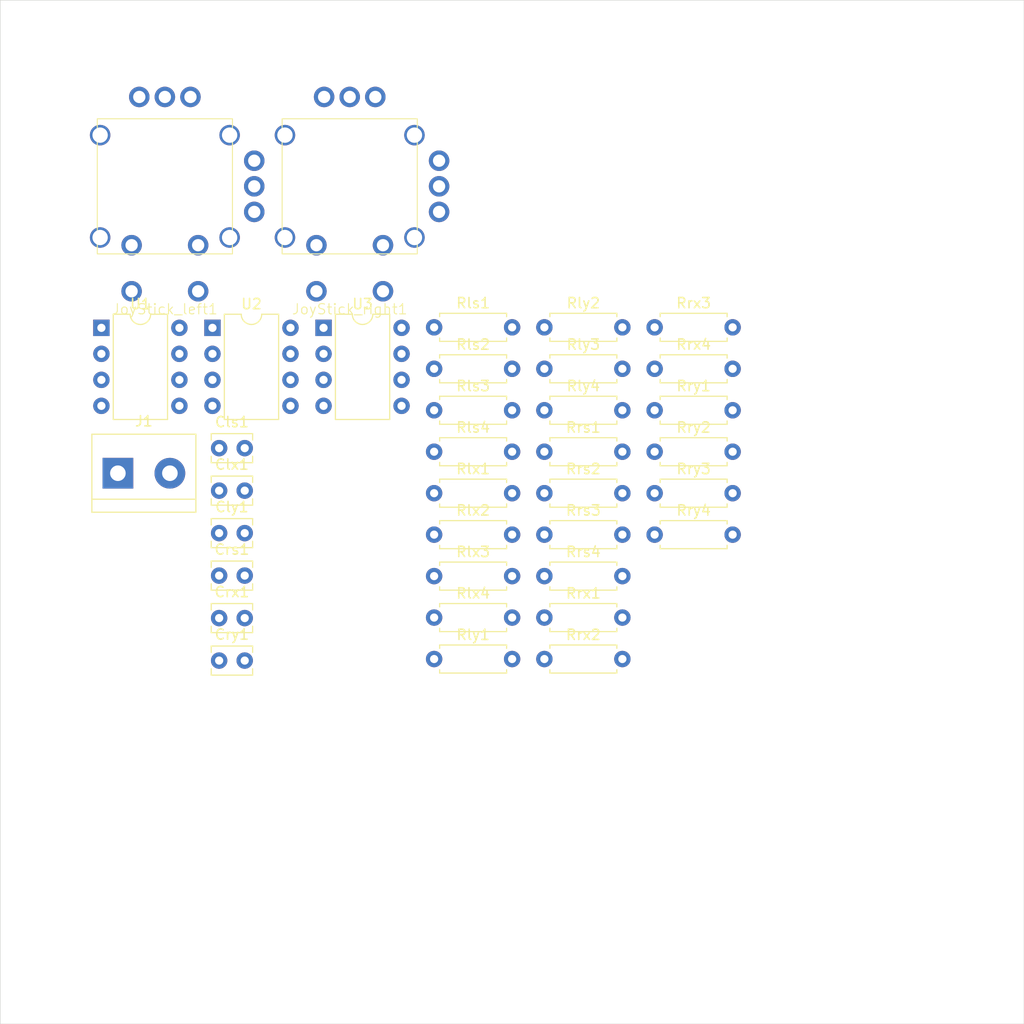
<source format=kicad_pcb>
(kicad_pcb (version 20240108) (generator "pcbnew") (generator_version "8.0")
  (layers (0 "F.Cu" signal) (31 "B.Cu" signal) (34 "B.Paste" user) (35 "F.Paste" user) (36 "B.SilkS" user "B.Silkscreen") (37 "F.SilkS" user "F.Silkscreen") (38 "B.Mask" user) (39 "F.Mask" user) (44 "Edge.Cuts" user))
  (net 0 "")
  (net 1 "GND")
  (net 2 "Net-(U3A--)")
  (net 3 "Net-(U2A--)")
  (net 4 "Net-(U2B--)")
  (net 5 "Net-(U3B--)")
  (net 6 "Net-(U1A--)")
  (net 7 "Net-(U1B--)")
  (net 8 "+5V")
  (net 10 "Net-(JoyStick_left1-Rx2)")
  (net 13 "Output_lx")
  (net 16 "Net-(JoyStick_left1-Ry3)")
  (net 17 "Output_ly")
  (net 19 "Output_rx")
  (net 20 "Net-(JoyStick_right1-Rx2)")
  (net 22 "Net-(JoyStick_right1-Ry3)")
  (net 24 "Output_ry")
  (net 29 "Net-(U3A-+)")
  (net 30 "Output_ls")
  (net 31 "Net-(U2A-+)")
  (net 32 "Net-(U2B-+)")
  (net 33 "Net-(U3B-+)")
  (net 34 "Output_rs")
  (net 35 "Net-(U1A-+)")
  (net 36 "Net-(U1B-+)")
  (footprint "Resistor_THT:R_Axial_DIN0207_L6.3mm_D2.5mm_P7.62mm_Horizontal" (layer "F.Cu") (at 83.92 56)
    (property "Reference" "Rrx4" (at 3.81 -2.37 0) (layer "F.SilkS"))
    (property "Value" "~")
    (fp_line (start 0.54 -1.37) (end 7.08 -1.37) (stroke (width 0.12)) (layer "F.SilkS"))
    (fp_line (start 0.54 -1.04) (end 0.54 -1.37) (stroke (width 0.12)) (layer "F.SilkS"))
    (fp_line (start 0.54 1.04) (end 0.54 1.37) (stroke (width 0.12)) (layer "F.SilkS"))
    (fp_line (start 0.54 1.37) (end 7.08 1.37) (stroke (width 0.12)) (layer "F.SilkS"))
    (fp_line (start 7.08 -1.37) (end 7.08 -1.04) (stroke (width 0.12)) (layer "F.SilkS"))
    (fp_line (start 7.08 1.37) (end 7.08 1.04) (stroke (width 0.12)) (layer "F.SilkS"))
    (pad "1" thru_hole circle (at 0 0) (size 1.6 1.6) (drill 0.8) (layers "*.Cu" "*.Mask") (net 6 "Net-(U1A--)"))
    (pad "2" thru_hole oval (at 7.62 0) (size 1.6 1.6) (drill 0.8) (layers "*.Cu" "*.Mask") (net 20 "Net-(JoyStick_right1-Rx2)"))
  )
  (footprint "TerminalBlock:TerminalBlock_bornier-2_P5.08mm" (layer "F.Cu") (at 31.49 66.2)
    (property "Reference" "J1" (at 2.54 -5.08 0) (layer "F.SilkS"))
    (property "Value" "Conn_01x02_Pin")
    (fp_line (start -2.54 -3.81) (end -2.54 3.81) (stroke (width 0.12)) (layer "F.SilkS"))
    (fp_line (start -2.54 3.81) (end 7.62 3.81) (stroke (width 0.12)) (layer "F.SilkS"))
    (fp_line (start 7.62 -3.81) (end -2.54 -3.81) (stroke (width 0.12)) (layer "F.SilkS"))
    (fp_line (start 7.62 2.54) (end -2.54 2.54) (stroke (width 0.12)) (layer "F.SilkS"))
    (fp_line (start 7.62 3.81) (end 7.62 -3.81) (stroke (width 0.12)) (layer "F.SilkS"))
    (pad "1" thru_hole rect (at 0 0) (size 3 3) (drill 1.52) (layers "*.Cu" "*.Mask") (net 8 "+5V"))
    (pad "2" thru_hole circle (at 5.08 0) (size 3 3) (drill 1.52) (layers "*.Cu" "*.Mask") (net 1 "GND"))
  )
  (footprint "Package_DIP:DIP-8_W7.62mm" (layer "F.Cu") (at 29.88 52)
    (property "Reference" "U1" (at 3.81 -2.33 0) (layer "F.SilkS"))
    (property "Value" "NJM4580")
    (fp_line (start 1.16 -1.33) (end 1.16 8.95) (stroke (width 0.12)) (layer "F.SilkS"))
    (fp_line (start 1.16 8.95) (end 6.46 8.95) (stroke (width 0.12)) (layer "F.SilkS"))
    (fp_line (start 2.81 -1.33) (end 1.16 -1.33) (stroke (width 0.12)) (layer "F.SilkS"))
    (fp_line (start 6.46 -1.33) (end 4.81 -1.33) (stroke (width 0.12)) (layer "F.SilkS"))
    (fp_line (start 6.46 8.95) (end 6.46 -1.33) (stroke (width 0.12)) (layer "F.SilkS"))
    (fp_arc (start 4.81 -1.33) (mid 3.81 -0.33) (end 2.81 -1.33) (stroke (width 0.12)) (layer "F.SilkS"))
    (pad "1" thru_hole rect (at 0 0) (size 1.6 1.6) (drill 0.8) (layers "*.Cu" "*.Mask") (net 19 "Output_rx"))
    (pad "2" thru_hole oval (at 0 2.54) (size 1.6 1.6) (drill 0.8) (layers "*.Cu" "*.Mask") (net 6 "Net-(U1A--)"))
    (pad "3" thru_hole oval (at 0 5.08) (size 1.6 1.6) (drill 0.8) (layers "*.Cu" "*.Mask") (net 35 "Net-(U1A-+)"))
    (pad "4" thru_hole oval (at 0 7.62) (size 1.6 1.6) (drill 0.8) (layers "*.Cu" "*.Mask") (net 1 "GND"))
    (pad "5" thru_hole oval (at 7.62 7.62) (size 1.6 1.6) (drill 0.8) (layers "*.Cu" "*.Mask") (net 36 "Net-(U1B-+)"))
    (pad "6" thru_hole oval (at 7.62 5.08) (size 1.6 1.6) (drill 0.8) (layers "*.Cu" "*.Mask") (net 7 "Net-(U1B--)"))
    (pad "7" thru_hole oval (at 7.62 2.54) (size 1.6 1.6) (drill 0.8) (layers "*.Cu" "*.Mask") (net 24 "Output_ry"))
    (pad "8" thru_hole oval (at 7.62 0) (size 1.6 1.6) (drill 0.8) (layers "*.Cu" "*.Mask") (net 8 "+5V"))
  )
  (footprint "Resistor_THT:R_Axial_DIN0207_L6.3mm_D2.5mm_P7.62mm_Horizontal" (layer "F.Cu") (at 62.38 72.2)
    (property "Reference" "Rlx2" (at 3.81 -2.37 0) (layer "F.SilkS"))
    (property "Value" "10k")
    (fp_line (start 0.54 -1.37) (end 7.08 -1.37) (stroke (width 0.12)) (layer "F.SilkS"))
    (fp_line (start 0.54 -1.04) (end 0.54 -1.37) (stroke (width 0.12)) (layer "F.SilkS"))
    (fp_line (start 0.54 1.04) (end 0.54 1.37) (stroke (width 0.12)) (layer "F.SilkS"))
    (fp_line (start 0.54 1.37) (end 7.08 1.37) (stroke (width 0.12)) (layer "F.SilkS"))
    (fp_line (start 7.08 -1.37) (end 7.08 -1.04) (stroke (width 0.12)) (layer "F.SilkS"))
    (fp_line (start 7.08 1.37) (end 7.08 1.04) (stroke (width 0.12)) (layer "F.SilkS"))
    (pad "1" thru_hole circle (at 0 0) (size 1.6 1.6) (drill 0.8) (layers "*.Cu" "*.Mask") (net 31 "Net-(U2A-+)"))
    (pad "2" thru_hole oval (at 7.62 0) (size 1.6 1.6) (drill 0.8) (layers "*.Cu" "*.Mask") (net 1 "GND"))
  )
  (footprint "Capacitor_THT:C_Disc_D3.8mm_W2.6mm_P2.50mm" (layer "F.Cu") (at 41.38 84.5)
    (property "Reference" "Cry1" (at 1.25 -2.55 0) (layer "F.SilkS"))
    (property "Value" "C")
    (fp_line (start -0.77 -1.42) (end -0.77 -0.795) (stroke (width 0.12)) (layer "F.SilkS"))
    (fp_line (start -0.77 -1.42) (end 3.27 -1.42) (stroke (width 0.12)) (layer "F.SilkS"))
    (fp_line (start -0.77 0.795) (end -0.77 1.42) (stroke (width 0.12)) (layer "F.SilkS"))
    (fp_line (start -0.77 1.42) (end 3.27 1.42) (stroke (width 0.12)) (layer "F.SilkS"))
    (fp_line (start 3.27 -1.42) (end 3.27 -0.795) (stroke (width 0.12)) (layer "F.SilkS"))
    (fp_line (start 3.27 0.795) (end 3.27 1.42) (stroke (width 0.12)) (layer "F.SilkS"))
    (pad "1" thru_hole circle (at 0 0) (size 1.6 1.6) (drill 0.8) (layers "*.Cu" "*.Mask") (net 7 "Net-(U1B--)"))
    (pad "2" thru_hole circle (at 2.5 0) (size 1.6 1.6) (drill 0.8) (layers "*.Cu" "*.Mask") (net 1 "GND"))
  )
  (footprint "Resistor_THT:R_Axial_DIN0207_L6.3mm_D2.5mm_P7.62mm_Horizontal" (layer "F.Cu") (at 62.38 76.25)
    (property "Reference" "Rlx3" (at 3.81 -2.37 0) (layer "F.SilkS"))
    (property "Value" "10k")
    (fp_line (start 0.54 -1.37) (end 7.08 -1.37) (stroke (width 0.12)) (layer "F.SilkS"))
    (fp_line (start 0.54 -1.04) (end 0.54 -1.37) (stroke (width 0.12)) (layer "F.SilkS"))
    (fp_line (start 0.54 1.04) (end 0.54 1.37) (stroke (width 0.12)) (layer "F.SilkS"))
    (fp_line (start 0.54 1.37) (end 7.08 1.37) (stroke (width 0.12)) (layer "F.SilkS"))
    (fp_line (start 7.08 -1.37) (end 7.08 -1.04) (stroke (width 0.12)) (layer "F.SilkS"))
    (fp_line (start 7.08 1.37) (end 7.08 1.04) (stroke (width 0.12)) (layer "F.SilkS"))
    (pad "1" thru_hole circle (at 0 0) (size 1.6 1.6) (drill 0.8) (layers "*.Cu" "*.Mask") (net 31 "Net-(U2A-+)"))
    (pad "2" thru_hole oval (at 7.62 0) (size 1.6 1.6) (drill 0.8) (layers "*.Cu" "*.Mask") (net 13 "Output_lx"))
  )
  (footprint "Resistor_THT:R_Axial_DIN0207_L6.3mm_D2.5mm_P7.62mm_Horizontal" (layer "F.Cu") (at 62.38 64.1)
    (property "Reference" "Rls4" (at 3.81 -2.37 0) (layer "F.SilkS"))
    (property "Value" "~")
    (fp_line (start 0.54 -1.37) (end 7.08 -1.37) (stroke (width 0.12)) (layer "F.SilkS"))
    (fp_line (start 0.54 -1.04) (end 0.54 -1.37) (stroke (width 0.12)) (layer "F.SilkS"))
    (fp_line (start 0.54 1.04) (end 0.54 1.37) (stroke (width 0.12)) (layer "F.SilkS"))
    (fp_line (start 0.54 1.37) (end 7.08 1.37) (stroke (width 0.12)) (layer "F.SilkS"))
    (fp_line (start 7.08 -1.37) (end 7.08 -1.04) (stroke (width 0.12)) (layer "F.SilkS"))
    (fp_line (start 7.08 1.37) (end 7.08 1.04) (stroke (width 0.12)) (layer "F.SilkS"))
    (pad "1" thru_hole circle (at 0 0) (size 1.6 1.6) (drill 0.8) (layers "*.Cu" "*.Mask") (net 2 "Net-(U3A--)"))
    (pad "2" thru_hole oval (at 7.62 0) (size 1.6 1.6) (drill 0.8) (layers "*.Cu" "*.Mask") (net 30 "Output_ls"))
  )
  (footprint "Resistor_THT:R_Axial_DIN0207_L6.3mm_D2.5mm_P7.62mm_Horizontal" (layer "F.Cu") (at 62.38 60.05)
    (property "Reference" "Rls3" (at 3.81 -2.37 0) (layer "F.SilkS"))
    (property "Value" "10k")
    (fp_line (start 0.54 -1.37) (end 7.08 -1.37) (stroke (width 0.12)) (layer "F.SilkS"))
    (fp_line (start 0.54 -1.04) (end 0.54 -1.37) (stroke (width 0.12)) (layer "F.SilkS"))
    (fp_line (start 0.54 1.04) (end 0.54 1.37) (stroke (width 0.12)) (layer "F.SilkS"))
    (fp_line (start 0.54 1.37) (end 7.08 1.37) (stroke (width 0.12)) (layer "F.SilkS"))
    (fp_line (start 7.08 -1.37) (end 7.08 -1.04) (stroke (width 0.12)) (layer "F.SilkS"))
    (fp_line (start 7.08 1.37) (end 7.08 1.04) (stroke (width 0.12)) (layer "F.SilkS"))
    (pad "1" thru_hole circle (at 0 0) (size 1.6 1.6) (drill 0.8) (layers "*.Cu" "*.Mask") (net 29 "Net-(U3A-+)"))
    (pad "2" thru_hole oval (at 7.62 0) (size 1.6 1.6) (drill 0.8) (layers "*.Cu" "*.Mask") (net 30 "Output_ls"))
  )
  (footprint "Resistor_THT:R_Axial_DIN0207_L6.3mm_D2.5mm_P7.62mm_Horizontal" (layer "F.Cu") (at 62.38 68.15)
    (property "Reference" "Rlx1" (at 3.81 -2.37 0) (layer "F.SilkS"))
    (property "Value" "10k")
    (fp_line (start 0.54 -1.37) (end 7.08 -1.37) (stroke (width 0.12)) (layer "F.SilkS"))
    (fp_line (start 0.54 -1.04) (end 0.54 -1.37) (stroke (width 0.12)) (layer "F.SilkS"))
    (fp_line (start 0.54 1.04) (end 0.54 1.37) (stroke (width 0.12)) (layer "F.SilkS"))
    (fp_line (start 0.54 1.37) (end 7.08 1.37) (stroke (width 0.12)) (layer "F.SilkS"))
    (fp_line (start 7.08 -1.37) (end 7.08 -1.04) (stroke (width 0.12)) (layer "F.SilkS"))
    (fp_line (start 7.08 1.37) (end 7.08 1.04) (stroke (width 0.12)) (layer "F.SilkS"))
    (pad "1" thru_hole circle (at 0 0) (size 1.6 1.6) (drill 0.8) (layers "*.Cu" "*.Mask") (net 8 "+5V"))
    (pad "2" thru_hole oval (at 7.62 0) (size 1.6 1.6) (drill 0.8) (layers "*.Cu" "*.Mask") (net 31 "Net-(U2A-+)"))
  )
  (footprint "Resistor_THT:R_Axial_DIN0207_L6.3mm_D2.5mm_P7.62mm_Horizontal" (layer "F.Cu") (at 73.15 64.1)
    (property "Reference" "Rrs1" (at 3.81 -2.37 0) (layer "F.SilkS"))
    (property "Value" "10k")
    (fp_line (start 0.54 -1.37) (end 7.08 -1.37) (stroke (width 0.12)) (layer "F.SilkS"))
    (fp_line (start 0.54 -1.04) (end 0.54 -1.37) (stroke (width 0.12)) (layer "F.SilkS"))
    (fp_line (start 0.54 1.04) (end 0.54 1.37) (stroke (width 0.12)) (layer "F.SilkS"))
    (fp_line (start 0.54 1.37) (end 7.08 1.37) (stroke (width 0.12)) (layer "F.SilkS"))
    (fp_line (start 7.08 -1.37) (end 7.08 -1.04) (stroke (width 0.12)) (layer "F.SilkS"))
    (fp_line (start 7.08 1.37) (end 7.08 1.04) (stroke (width 0.12)) (layer "F.SilkS"))
    (pad "1" thru_hole circle (at 0 0) (size 1.6 1.6) (drill 0.8) (layers "*.Cu" "*.Mask") (net 8 "+5V"))
    (pad "2" thru_hole oval (at 7.62 0) (size 1.6 1.6) (drill 0.8) (layers "*.Cu" "*.Mask") (net 33 "Net-(U3B-+)"))
  )
  (footprint "Resistor_THT:R_Axial_DIN0207_L6.3mm_D2.5mm_P7.62mm_Horizontal" (layer "F.Cu") (at 83.92 60.05)
    (property "Reference" "Rry1" (at 3.81 -2.37 0) (layer "F.SilkS"))
    (property "Value" "10k")
    (fp_line (start 0.54 -1.37) (end 7.08 -1.37) (stroke (width 0.12)) (layer "F.SilkS"))
    (fp_line (start 0.54 -1.04) (end 0.54 -1.37) (stroke (width 0.12)) (layer "F.SilkS"))
    (fp_line (start 0.54 1.04) (end 0.54 1.37) (stroke (width 0.12)) (layer "F.SilkS"))
    (fp_line (start 0.54 1.37) (end 7.08 1.37) (stroke (width 0.12)) (layer "F.SilkS"))
    (fp_line (start 7.08 -1.37) (end 7.08 -1.04) (stroke (width 0.12)) (layer "F.SilkS"))
    (fp_line (start 7.08 1.37) (end 7.08 1.04) (stroke (width 0.12)) (layer "F.SilkS"))
    (pad "1" thru_hole circle (at 0 0) (size 1.6 1.6) (drill 0.8) (layers "*.Cu" "*.Mask") (net 8 "+5V"))
    (pad "2" thru_hole oval (at 7.62 0) (size 1.6 1.6) (drill 0.8) (layers "*.Cu" "*.Mask") (net 36 "Net-(U1B-+)"))
  )
  (footprint "Resistor_THT:R_Axial_DIN0207_L6.3mm_D2.5mm_P7.62mm_Horizontal" (layer "F.Cu") (at 83.92 64.1)
    (property "Reference" "Rry2" (at 3.81 -2.37 0) (layer "F.SilkS"))
    (property "Value" "10k")
    (fp_line (start 0.54 -1.37) (end 7.08 -1.37) (stroke (width 0.12)) (layer "F.SilkS"))
    (fp_line (start 0.54 -1.04) (end 0.54 -1.37) (stroke (width 0.12)) (layer "F.SilkS"))
    (fp_line (start 0.54 1.04) (end 0.54 1.37) (stroke (width 0.12)) (layer "F.SilkS"))
    (fp_line (start 0.54 1.37) (end 7.08 1.37) (stroke (width 0.12)) (layer "F.SilkS"))
    (fp_line (start 7.08 -1.37) (end 7.08 -1.04) (stroke (width 0.12)) (layer "F.SilkS"))
    (fp_line (start 7.08 1.37) (end 7.08 1.04) (stroke (width 0.12)) (layer "F.SilkS"))
    (pad "1" thru_hole circle (at 0 0) (size 1.6 1.6) (drill 0.8) (layers "*.Cu" "*.Mask") (net 36 "Net-(U1B-+)"))
    (pad "2" thru_hole oval (at 7.62 0) (size 1.6 1.6) (drill 0.8) (layers "*.Cu" "*.Mask") (net 1 "GND"))
  )
  (footprint "myjoystick:RKJXV122400R" (layer "F.Cu") (at 36.08 38.175)
    (property "Reference" "JoyStick_left1" (at 0 12 0) (layer "F.SilkS") (effects (font (thickness 0.1))))
    (property "Value" "RKJXV122400R")
    (fp_rect (start -6.6 -6.6) (end 6.6 6.6) (stroke (width 0.1)) (fill none) (layer "F.SilkS"))
    (pad "" np_thru_hole circle (at -4.3 0) (size 2 2) (drill 2) (layers "F&B.Cu" "*.Mask"))
    (pad "" np_thru_hole circle (at 4.3 0) (size 2 2) (drill 2) (layers "F&B.Cu" "*.Mask"))
    (pad "1" thru_hole circle (at 2.5 -8.73) (size 2 2) (drill 1.2) (layers "*.Cu" "*.Mask") (net 13 "Output_lx"))
    (pad "2" thru_hole circle (at 0 -8.73) (size 2 2) (drill 1.2) (layers "*.Cu" "*.Mask") (net 10 "Net-(JoyStick_left1-Rx2)"))
    (pad "3" thru_hole circle (at -2.5 -8.73) (size 2 2) (drill 1.2) (layers "*.Cu" "*.Mask"))
    (pad "4" thru_hole circle (at 8.73 2.5) (size 2 2) (drill 1.2) (layers "*.Cu" "*.Mask"))
    (pad "5" thru_hole circle (at 8.73 0) (size 2 2) (drill 1.2) (layers "*.Cu" "*.Mask") (net 17 "Output_ly"))
    (pad "6" thru_hole circle (at 8.73 -2.5) (size 2 2) (drill 1.2) (layers "*.Cu" "*.Mask") (net 16 "Net-(JoyStick_left1-Ry3)"))
    (pad "a" thru_hole circle (at -3.25 5.75) (size 2 2) (drill 1.2) (layers "*.Cu" "*.Mask"))
    (pad "b" thru_hole circle (at -3.25 10.25) (size 2 2) (drill 1.2) (layers "*.Cu" "*.Mask"))
    (pad "c" thru_hole circle (at 3.25 5.75) (size 2 2) (drill 1.2) (layers "*.Cu" "*.Mask"))
    (pad "d" thru_hole circle (at 3.25 10.25) (size 2 2) (drill 1.2) (layers "*.Cu" "*.Mask"))
    (pad "x" thru_hole circle (at -6.325 -5) (size 2 2) (drill 1.5) (layers "*.Cu" "*.Mask"))
    (pad "x" thru_hole circle (at -6.325 5) (size 2 2) (drill 1.5) (layers "*.Cu" "*.Mask"))
    (pad "x" thru_hole circle (at 6.325 -5) (size 2 2) (drill 1.5) (layers "*.Cu" "*.Mask"))
    (pad "x" thru_hole circle (at 6.325 5) (size 2 2) (drill 1.5) (layers "*.Cu" "*.Mask"))
  )
  (footprint "Resistor_THT:R_Axial_DIN0207_L6.3mm_D2.5mm_P7.62mm_Horizontal" (layer "F.Cu") (at 73.15 60.05)
    (property "Reference" "Rly4" (at 3.81 -2.37 0) (layer "F.SilkS"))
    (property "Value" "~")
    (fp_line (start 0.54 -1.37) (end 7.08 -1.37) (stroke (width 0.12)) (layer "F.SilkS"))
    (fp_line (start 0.54 -1.04) (end 0.54 -1.37) (stroke (width 0.12)) (layer "F.SilkS"))
    (fp_line (start 0.54 1.04) (end 0.54 1.37) (stroke (width 0.12)) (layer "F.SilkS"))
    (fp_line (start 0.54 1.37) (end 7.08 1.37) (stroke (width 0.12)) (layer "F.SilkS"))
    (fp_line (start 7.08 -1.37) (end 7.08 -1.04) (stroke (width 0.12)) (layer "F.SilkS"))
    (fp_line (start 7.08 1.37) (end 7.08 1.04) (stroke (width 0.12)) (layer "F.SilkS"))
    (pad "1" thru_hole circle (at 0 0) (size 1.6 1.6) (drill 0.8) (layers "*.Cu" "*.Mask") (net 4 "Net-(U2B--)"))
    (pad "2" thru_hole oval (at 7.62 0) (size 1.6 1.6) (drill 0.8) (layers "*.Cu" "*.Mask") (net 16 "Net-(JoyStick_left1-Ry3)"))
  )
  (footprint "Resistor_THT:R_Axial_DIN0207_L6.3mm_D2.5mm_P7.62mm_Horizontal" (layer "F.Cu") (at 83.92 68.15)
    (property "Reference" "Rry3" (at 3.81 -2.37 0) (layer "F.SilkS"))
    (property "Value" "10k")
    (fp_line (start 0.54 -1.37) (end 7.08 -1.37) (stroke (width 0.12)) (layer "F.SilkS"))
    (fp_line (start 0.54 -1.04) (end 0.54 -1.37) (stroke (width 0.12)) (layer "F.SilkS"))
    (fp_line (start 0.54 1.04) (end 0.54 1.37) (stroke (width 0.12)) (layer "F.SilkS"))
    (fp_line (start 0.54 1.37) (end 7.08 1.37) (stroke (width 0.12)) (layer "F.SilkS"))
    (fp_line (start 7.08 -1.37) (end 7.08 -1.04) (stroke (width 0.12)) (layer "F.SilkS"))
    (fp_line (start 7.08 1.37) (end 7.08 1.04) (stroke (width 0.12)) (layer "F.SilkS"))
    (pad "1" thru_hole circle (at 0 0) (size 1.6 1.6) (drill 0.8) (layers "*.Cu" "*.Mask") (net 36 "Net-(U1B-+)"))
    (pad "2" thru_hole oval (at 7.62 0) (size 1.6 1.6) (drill 0.8) (layers "*.Cu" "*.Mask") (net 24 "Output_ry"))
  )
  (footprint "Capacitor_THT:C_Disc_D3.8mm_W2.6mm_P2.50mm" (layer "F.Cu") (at 41.38 76.2)
    (property "Reference" "Crs1" (at 1.25 -2.55 0) (layer "F.SilkS"))
    (property "Value" "C")
    (fp_line (start -0.77 -1.42) (end -0.77 -0.795) (stroke (width 0.12)) (layer "F.SilkS"))
    (fp_line (start -0.77 -1.42) (end 3.27 -1.42) (stroke (width 0.12)) (layer "F.SilkS"))
    (fp_line (start -0.77 0.795) (end -0.77 1.42) (stroke (width 0.12)) (layer "F.SilkS"))
    (fp_line (start -0.77 1.42) (end 3.27 1.42) (stroke (width 0.12)) (layer "F.SilkS"))
    (fp_line (start 3.27 -1.42) (end 3.27 -0.795) (stroke (width 0.12)) (layer "F.SilkS"))
    (fp_line (start 3.27 0.795) (end 3.27 1.42) (stroke (width 0.12)) (layer "F.SilkS"))
    (pad "1" thru_hole circle (at 0 0) (size 1.6 1.6) (drill 0.8) (layers "*.Cu" "*.Mask") (net 5 "Net-(U3B--)"))
    (pad "2" thru_hole circle (at 2.5 0) (size 1.6 1.6) (drill 0.8) (layers "*.Cu" "*.Mask") (net 1 "GND"))
  )
  (footprint "Resistor_THT:R_Axial_DIN0207_L6.3mm_D2.5mm_P7.62mm_Horizontal" (layer "F.Cu") (at 73.15 84.35)
    (property "Reference" "Rrx2" (at 3.81 -2.37 0) (layer "F.SilkS"))
    (property "Value" "10k")
    (fp_line (start 0.54 -1.37) (end 7.08 -1.37) (stroke (width 0.12)) (layer "F.SilkS"))
    (fp_line (start 0.54 -1.04) (end 0.54 -1.37) (stroke (width 0.12)) (layer "F.SilkS"))
    (fp_line (start 0.54 1.04) (end 0.54 1.37) (stroke (width 0.12)) (layer "F.SilkS"))
    (fp_line (start 0.54 1.37) (end 7.08 1.37) (stroke (width 0.12)) (layer "F.SilkS"))
    (fp_line (start 7.08 -1.37) (end 7.08 -1.04) (stroke (width 0.12)) (layer "F.SilkS"))
    (fp_line (start 7.08 1.37) (end 7.08 1.04) (stroke (width 0.12)) (layer "F.SilkS"))
    (pad "1" thru_hole circle (at 0 0) (size 1.6 1.6) (drill 0.8) (layers "*.Cu" "*.Mask") (net 35 "Net-(U1A-+)"))
    (pad "2" thru_hole oval (at 7.62 0) (size 1.6 1.6) (drill 0.8) (layers "*.Cu" "*.Mask") (net 1 "GND"))
  )
  (footprint "Resistor_THT:R_Axial_DIN0207_L6.3mm_D2.5mm_P7.62mm_Horizontal" (layer "F.Cu") (at 83.92 51.95)
    (property "Reference" "Rrx3" (at 3.81 -2.37 0) (layer "F.SilkS"))
    (property "Value" "10k")
    (fp_line (start 0.54 -1.37) (end 7.08 -1.37) (stroke (width 0.12)) (layer "F.SilkS"))
    (fp_line (start 0.54 -1.04) (end 0.54 -1.37) (stroke (width 0.12)) (layer "F.SilkS"))
    (fp_line (start 0.54 1.04) (end 0.54 1.37) (stroke (width 0.12)) (layer "F.SilkS"))
    (fp_line (start 0.54 1.37) (end 7.08 1.37) (stroke (width 0.12)) (layer "F.SilkS"))
    (fp_line (start 7.08 -1.37) (end 7.08 -1.04) (stroke (width 0.12)) (layer "F.SilkS"))
    (fp_line (start 7.08 1.37) (end 7.08 1.04) (stroke (width 0.12)) (layer "F.SilkS"))
    (pad "1" thru_hole circle (at 0 0) (size 1.6 1.6) (drill 0.8) (layers "*.Cu" "*.Mask") (net 35 "Net-(U1A-+)"))
    (pad "2" thru_hole oval (at 7.62 0) (size 1.6 1.6) (drill 0.8) (layers "*.Cu" "*.Mask") (net 19 "Output_rx"))
  )
  (footprint "Resistor_THT:R_Axial_DIN0207_L6.3mm_D2.5mm_P7.62mm_Horizontal" (layer "F.Cu") (at 62.38 80.3)
    (property "Reference" "Rlx4" (at 3.81 -2.37 0) (layer "F.SilkS"))
    (property "Value" "~")
    (fp_line (start 0.54 -1.37) (end 7.08 -1.37) (stroke (width 0.12)) (layer "F.SilkS"))
    (fp_line (start 0.54 -1.04) (end 0.54 -1.37) (stroke (width 0.12)) (layer "F.SilkS"))
    (fp_line (start 0.54 1.04) (end 0.54 1.37) (stroke (width 0.12)) (layer "F.SilkS"))
    (fp_line (start 0.54 1.37) (end 7.08 1.37) (stroke (width 0.12)) (layer "F.SilkS"))
    (fp_line (start 7.08 -1.37) (end 7.08 -1.04) (stroke (width 0.12)) (layer "F.SilkS"))
    (fp_line (start 7.08 1.37) (end 7.08 1.04) (stroke (width 0.12)) (layer "F.SilkS"))
    (pad "1" thru_hole circle (at 0 0) (size 1.6 1.6) (drill 0.8) (layers "*.Cu" "*.Mask") (net 3 "Net-(U2A--)"))
    (pad "2" thru_hole oval (at 7.62 0) (size 1.6 1.6) (drill 0.8) (layers "*.Cu" "*.Mask") (net 10 "Net-(JoyStick_left1-Rx2)"))
  )
  (footprint "Resistor_THT:R_Axial_DIN0207_L6.3mm_D2.5mm_P7.62mm_Horizontal" (layer "F.Cu") (at 73.15 76.25)
    (property "Reference" "Rrs4" (at 3.81 -2.37 0) (layer "F.SilkS"))
    (property "Value" "~")
    (fp_line (start 0.54 -1.37) (end 7.08 -1.37) (stroke (width 0.12)) (layer "F.SilkS"))
    (fp_line (start 0.54 -1.04) (end 0.54 -1.37) (stroke (width 0.12)) (layer "F.SilkS"))
    (fp_line (start 0.54 1.04) (end 0.54 1.37) (stroke (width 0.12)) (layer "F.SilkS"))
    (fp_line (start 0.54 1.37) (end 7.08 1.37) (stroke (width 0.12)) (layer "F.SilkS"))
    (fp_line (start 7.08 -1.37) (end 7.08 -1.04) (stroke (width 0.12)) (layer "F.SilkS"))
    (fp_line (start 7.08 1.37) (end 7.08 1.04) (stroke (width 0.12)) (layer "F.SilkS"))
    (pad "1" thru_hole circle (at 0 0) (size 1.6 1.6) (drill 0.8) (layers "*.Cu" "*.Mask") (net 5 "Net-(U3B--)"))
    (pad "2" thru_hole oval (at 7.62 0) (size 1.6 1.6) (drill 0.8) (layers "*.Cu" "*.Mask") (net 34 "Output_rs"))
  )
  (footprint "Resistor_THT:R_Axial_DIN0207_L6.3mm_D2.5mm_P7.62mm_Horizontal" (layer "F.Cu") (at 62.38 56)
    (property "Reference" "Rls2" (at 3.81 -2.37 0) (layer "F.SilkS"))
    (property "Value" "10k")
    (fp_line (start 0.54 -1.37) (end 7.08 -1.37) (stroke (width 0.12)) (layer "F.SilkS"))
    (fp_line (start 0.54 -1.04) (end 0.54 -1.37) (stroke (width 0.12)) (layer "F.SilkS"))
    (fp_line (start 0.54 1.04) (end 0.54 1.37) (stroke (width 0.12)) (layer "F.SilkS"))
    (fp_line (start 0.54 1.37) (end 7.08 1.37) (stroke (width 0.12)) (layer "F.SilkS"))
    (fp_line (start 7.08 -1.37) (end 7.08 -1.04) (stroke (width 0.12)) (layer "F.SilkS"))
    (fp_line (start 7.08 1.37) (end 7.08 1.04) (stroke (width 0.12)) (layer "F.SilkS"))
    (pad "1" thru_hole circle (at 0 0) (size 1.6 1.6) (drill 0.8) (layers "*.Cu" "*.Mask") (net 29 "Net-(U3A-+)"))
    (pad "2" thru_hole oval (at 7.62 0) (size 1.6 1.6) (drill 0.8) (layers "*.Cu" "*.Mask") (net 1 "GND"))
  )
  (footprint "Resistor_THT:R_Axial_DIN0207_L6.3mm_D2.5mm_P7.62mm_Horizontal" (layer "F.Cu") (at 62.38 84.35)
    (property "Reference" "Rly1" (at 3.81 -2.37 0) (layer "F.SilkS"))
    (property "Value" "10k")
    (fp_line (start 0.54 -1.37) (end 7.08 -1.37) (stroke (width 0.12)) (layer "F.SilkS"))
    (fp_line (start 0.54 -1.04) (end 0.54 -1.37) (stroke (width 0.12)) (layer "F.SilkS"))
    (fp_line (start 0.54 1.04) (end 0.54 1.37) (stroke (width 0.12)) (layer "F.SilkS"))
    (fp_line (start 0.54 1.37) (end 7.08 1.37) (stroke (width 0.12)) (layer "F.SilkS"))
    (fp_line (start 7.08 -1.37) (end 7.08 -1.04) (stroke (width 0.12)) (layer "F.SilkS"))
    (fp_line (start 7.08 1.37) (end 7.08 1.04) (stroke (width 0.12)) (layer "F.SilkS"))
    (pad "1" thru_hole circle (at 0 0) (size 1.6 1.6) (drill 0.8) (layers "*.Cu" "*.Mask") (net 8 "+5V"))
    (pad "2" thru_hole oval (at 7.62 0) (size 1.6 1.6) (drill 0.8) (layers "*.Cu" "*.Mask") (net 32 "Net-(U2B-+)"))
  )
  (footprint "Resistor_THT:R_Axial_DIN0207_L6.3mm_D2.5mm_P7.62mm_Horizontal" (layer "F.Cu") (at 73.15 51.95)
    (property "Reference" "Rly2" (at 3.81 -2.37 0) (layer "F.SilkS"))
    (property "Value" "10k")
    (fp_line (start 0.54 -1.37) (end 7.08 -1.37) (stroke (width 0.12)) (layer "F.SilkS"))
    (fp_line (start 0.54 -1.04) (end 0.54 -1.37) (stroke (width 0.12)) (layer "F.SilkS"))
    (fp_line (start 0.54 1.04) (end 0.54 1.37) (stroke (width 0.12)) (layer "F.SilkS"))
    (fp_line (start 0.54 1.37) (end 7.08 1.37) (stroke (width 0.12)) (layer "F.SilkS"))
    (fp_line (start 7.08 -1.37) (end 7.08 -1.04) (stroke (width 0.12)) (layer "F.SilkS"))
    (fp_line (start 7.08 1.37) (end 7.08 1.04) (stroke (width 0.12)) (layer "F.SilkS"))
    (pad "1" thru_hole circle (at 0 0) (size 1.6 1.6) (drill 0.8) (layers "*.Cu" "*.Mask") (net 32 "Net-(U2B-+)"))
    (pad "2" thru_hole oval (at 7.62 0) (size 1.6 1.6) (drill 0.8) (layers "*.Cu" "*.Mask") (net 1 "GND"))
  )
  (footprint "Resistor_THT:R_Axial_DIN0207_L6.3mm_D2.5mm_P7.62mm_Horizontal" (layer "F.Cu") (at 83.92 72.2)
    (property "Reference" "Rry4" (at 3.81 -2.37 0) (layer "F.SilkS"))
    (property "Value" "~")
    (fp_line (start 0.54 -1.37) (end 7.08 -1.37) (stroke (width 0.12)) (layer "F.SilkS"))
    (fp_line (start 0.54 -1.04) (end 0.54 -1.37) (stroke (width 0.12)) (layer "F.SilkS"))
    (fp_line (start 0.54 1.04) (end 0.54 1.37) (stroke (width 0.12)) (layer "F.SilkS"))
    (fp_line (start 0.54 1.37) (end 7.08 1.37) (stroke (width 0.12)) (layer "F.SilkS"))
    (fp_line (start 7.08 -1.37) (end 7.08 -1.04) (stroke (width 0.12)) (layer "F.SilkS"))
    (fp_line (start 7.08 1.37) (end 7.08 1.04) (stroke (width 0.12)) (layer "F.SilkS"))
    (pad "1" thru_hole circle (at 0 0) (size 1.6 1.6) (drill 0.8) (layers "*.Cu" "*.Mask") (net 7 "Net-(U1B--)"))
    (pad "2" thru_hole oval (at 7.62 0) (size 1.6 1.6) (drill 0.8) (layers "*.Cu" "*.Mask") (net 22 "Net-(JoyStick_right1-Ry3)"))
  )
  (footprint "Capacitor_THT:C_Disc_D3.8mm_W2.6mm_P2.50mm" (layer "F.Cu") (at 41.38 80.35)
    (property "Reference" "Crx1" (at 1.25 -2.55 0) (layer "F.SilkS"))
    (property "Value" "C")
    (fp_line (start -0.77 -1.42) (end -0.77 -0.795) (stroke (width 0.12)) (layer "F.SilkS"))
    (fp_line (start -0.77 -1.42) (end 3.27 -1.42) (stroke (width 0.12)) (layer "F.SilkS"))
    (fp_line (start -0.77 0.795) (end -0.77 1.42) (stroke (width 0.12)) (layer "F.SilkS"))
    (fp_line (start -0.77 1.42) (end 3.27 1.42) (stroke (width 0.12)) (layer "F.SilkS"))
    (fp_line (start 3.27 -1.42) (end 3.27 -0.795) (stroke (width 0.12)) (layer "F.SilkS"))
    (fp_line (start 3.27 0.795) (end 3.27 1.42) (stroke (width 0.12)) (layer "F.SilkS"))
    (pad "1" thru_hole circle (at 0 0) (size 1.6 1.6) (drill 0.8) (layers "*.Cu" "*.Mask") (net 6 "Net-(U1A--)"))
    (pad "2" thru_hole circle (at 2.5 0) (size 1.6 1.6) (drill 0.8) (layers "*.Cu" "*.Mask") (net 1 "GND"))
  )
  (footprint "Resistor_THT:R_Axial_DIN0207_L6.3mm_D2.5mm_P7.62mm_Horizontal" (layer "F.Cu") (at 73.15 80.3)
    (property "Reference" "Rrx1" (at 3.81 -2.37 0) (layer "F.SilkS"))
    (property "Value" "10k")
    (fp_line (start 0.54 -1.37) (end 7.08 -1.37) (stroke (width 0.12)) (layer "F.SilkS"))
    (fp_line (start 0.54 -1.04) (end 0.54 -1.37) (stroke (width 0.12)) (layer "F.SilkS"))
    (fp_line (start 0.54 1.04) (end 0.54 1.37) (stroke (width 0.12)) (layer "F.SilkS"))
    (fp_line (start 0.54 1.37) (end 7.08 1.37) (stroke (width 0.12)) (layer "F.SilkS"))
    (fp_line (start 7.08 -1.37) (end 7.08 -1.04) (stroke (width 0.12)) (layer "F.SilkS"))
    (fp_line (start 7.08 1.37) (end 7.08 1.04) (stroke (width 0.12)) (layer "F.SilkS"))
    (pad "1" thru_hole circle (at 0 0) (size 1.6 1.6) (drill 0.8) (layers "*.Cu" "*.Mask") (net 8 "+5V"))
    (pad "2" thru_hole oval (at 7.62 0) (size 1.6 1.6) (drill 0.8) (layers "*.Cu" "*.Mask") (net 35 "Net-(U1A-+)"))
  )
  (footprint "Capacitor_THT:C_Disc_D3.8mm_W2.6mm_P2.50mm" (layer "F.Cu") (at 41.38 67.9)
    (property "Reference" "Clx1" (at 1.25 -2.55 0) (layer "F.SilkS"))
    (property "Value" "C")
    (fp_line (start -0.77 -1.42) (end -0.77 -0.795) (stroke (width 0.12)) (layer "F.SilkS"))
    (fp_line (start -0.77 -1.42) (end 3.27 -1.42) (stroke (width 0.12)) (layer "F.SilkS"))
    (fp_line (start -0.77 0.795) (end -0.77 1.42) (stroke (width 0.12)) (layer "F.SilkS"))
    (fp_line (start -0.77 1.42) (end 3.27 1.42) (stroke (width 0.12)) (layer "F.SilkS"))
    (fp_line (start 3.27 -1.42) (end 3.27 -0.795) (stroke (width 0.12)) (layer "F.SilkS"))
    (fp_line (start 3.27 0.795) (end 3.27 1.42) (stroke (width 0.12)) (layer "F.SilkS"))
    (pad "1" thru_hole circle (at 0 0) (size 1.6 1.6) (drill 0.8) (layers "*.Cu" "*.Mask") (net 3 "Net-(U2A--)"))
    (pad "2" thru_hole circle (at 2.5 0) (size 1.6 1.6) (drill 0.8) (layers "*.Cu" "*.Mask") (net 1 "GND"))
  )
  (footprint "Package_DIP:DIP-8_W7.62mm" (layer "F.Cu") (at 40.73 52)
    (property "Reference" "U2" (at 3.81 -2.33 0) (layer "F.SilkS"))
    (property "Value" "NJM4580")
    (fp_line (start 1.16 -1.33) (end 1.16 8.95) (stroke (width 0.12)) (layer "F.SilkS"))
    (fp_line (start 1.16 8.95) (end 6.46 8.95) (stroke (width 0.12)) (layer "F.SilkS"))
    (fp_line (start 2.81 -1.33) (end 1.16 -1.33) (stroke (width 0.12)) (layer "F.SilkS"))
    (fp_line (start 6.46 -1.33) (end 4.81 -1.33) (stroke (width 0.12)) (layer "F.SilkS"))
    (fp_line (start 6.46 8.95) (end 6.46 -1.33) (stroke (width 0.12)) (layer "F.SilkS"))
    (fp_arc (start 4.81 -1.33) (mid 3.81 -0.33) (end 2.81 -1.33) (stroke (width 0.12)) (layer "F.SilkS"))
    (pad "1" thru_hole rect (at 0 0) (size 1.6 1.6) (drill 0.8) (layers "*.Cu" "*.Mask") (net 13 "Output_lx"))
    (pad "2" thru_hole oval (at 0 2.54) (size 1.6 1.6) (drill 0.8) (layers "*.Cu" "*.Mask") (net 3 "Net-(U2A--)"))
    (pad "3" thru_hole oval (at 0 5.08) (size 1.6 1.6) (drill 0.8) (layers "*.Cu" "*.Mask") (net 31 "Net-(U2A-+)"))
    (pad "4" thru_hole oval (at 0 7.62) (size 1.6 1.6) (drill 0.8) (layers "*.Cu" "*.Mask") (net 1 "GND"))
    (pad "5" thru_hole oval (at 7.62 7.62) (size 1.6 1.6) (drill 0.8) (layers "*.Cu" "*.Mask") (net 32 "Net-(U2B-+)"))
    (pad "6" thru_hole oval (at 7.62 5.08) (size 1.6 1.6) (drill 0.8) (layers "*.Cu" "*.Mask") (net 4 "Net-(U2B--)"))
    (pad "7" thru_hole oval (at 7.62 2.54) (size 1.6 1.6) (drill 0.8) (layers "*.Cu" "*.Mask") (net 17 "Output_ly"))
    (pad "8" thru_hole oval (at 7.62 0) (size 1.6 1.6) (drill 0.8) (layers "*.Cu" "*.Mask") (net 8 "+5V"))
  )
  (footprint "Resistor_THT:R_Axial_DIN0207_L6.3mm_D2.5mm_P7.62mm_Horizontal" (layer "F.Cu") (at 73.15 72.2)
    (property "Reference" "Rrs3" (at 3.81 -2.37 0) (layer "F.SilkS"))
    (property "Value" "10k")
    (fp_line (start 0.54 -1.37) (end 7.08 -1.37) (stroke (width 0.12)) (layer "F.SilkS"))
    (fp_line (start 0.54 -1.04) (end 0.54 -1.37) (stroke (width 0.12)) (layer "F.SilkS"))
    (fp_line (start 0.54 1.04) (end 0.54 1.37) (stroke (width 0.12)) (layer "F.SilkS"))
    (fp_line (start 0.54 1.37) (end 7.08 1.37) (stroke (width 0.12)) (layer "F.SilkS"))
    (fp_line (start 7.08 -1.37) (end 7.08 -1.04) (stroke (width 0.12)) (layer "F.SilkS"))
    (fp_line (start 7.08 1.37) (end 7.08 1.04) (stroke (width 0.12)) (layer "F.SilkS"))
    (pad "1" thru_hole circle (at 0 0) (size 1.6 1.6) (drill 0.8) (layers "*.Cu" "*.Mask") (net 33 "Net-(U3B-+)"))
    (pad "2" thru_hole oval (at 7.62 0) (size 1.6 1.6) (drill 0.8) (layers "*.Cu" "*.Mask") (net 34 "Output_rs"))
  )
  (footprint "Resistor_THT:R_Axial_DIN0207_L6.3mm_D2.5mm_P7.62mm_Horizontal" (layer "F.Cu") (at 62.38 51.95)
    (property "Reference" "Rls1" (at 3.81 -2.37 0) (layer "F.SilkS"))
    (property "Value" "10k")
    (fp_line (start 0.54 -1.37) (end 7.08 -1.37) (stroke (width 0.12)) (layer "F.SilkS"))
    (fp_line (start 0.54 -1.04) (end 0.54 -1.37) (stroke (width 0.12)) (layer "F.SilkS"))
    (fp_line (start 0.54 1.04) (end 0.54 1.37) (stroke (width 0.12)) (layer "F.SilkS"))
    (fp_line (start 0.54 1.37) (end 7.08 1.37) (stroke (width 0.12)) (layer "F.SilkS"))
    (fp_line (start 7.08 -1.37) (end 7.08 -1.04) (stroke (width 0.12)) (layer "F.SilkS"))
    (fp_line (start 7.08 1.37) (end 7.08 1.04) (stroke (width 0.12)) (layer "F.SilkS"))
    (pad "1" thru_hole circle (at 0 0) (size 1.6 1.6) (drill 0.8) (layers "*.Cu" "*.Mask") (net 8 "+5V"))
    (pad "2" thru_hole oval (at 7.62 0) (size 1.6 1.6) (drill 0.8) (layers "*.Cu" "*.Mask") (net 29 "Net-(U3A-+)"))
  )
  (footprint "Resistor_THT:R_Axial_DIN0207_L6.3mm_D2.5mm_P7.62mm_Horizontal" (layer "F.Cu") (at 73.15 56)
    (property "Reference" "Rly3" (at 3.81 -2.37 0) (layer "F.SilkS"))
    (property "Value" "10k")
    (fp_line (start 0.54 -1.37) (end 7.08 -1.37) (stroke (width 0.12)) (layer "F.SilkS"))
    (fp_line (start 0.54 -1.04) (end 0.54 -1.37) (stroke (width 0.12)) (layer "F.SilkS"))
    (fp_line (start 0.54 1.04) (end 0.54 1.37) (stroke (width 0.12)) (layer "F.SilkS"))
    (fp_line (start 0.54 1.37) (end 7.08 1.37) (stroke (width 0.12)) (layer "F.SilkS"))
    (fp_line (start 7.08 -1.37) (end 7.08 -1.04) (stroke (width 0.12)) (layer "F.SilkS"))
    (fp_line (start 7.08 1.37) (end 7.08 1.04) (stroke (width 0.12)) (layer "F.SilkS"))
    (pad "1" thru_hole circle (at 0 0) (size 1.6 1.6) (drill 0.8) (layers "*.Cu" "*.Mask") (net 32 "Net-(U2B-+)"))
    (pad "2" thru_hole oval (at 7.62 0) (size 1.6 1.6) (drill 0.8) (layers "*.Cu" "*.Mask") (net 17 "Output_ly"))
  )
  (footprint "Package_DIP:DIP-8_W7.62mm" (layer "F.Cu") (at 51.58 52)
    (property "Reference" "U3" (at 3.81 -2.33 0) (layer "F.SilkS"))
    (property "Value" "NJM4580")
    (fp_line (start 1.16 -1.33) (end 1.16 8.95) (stroke (width 0.12)) (layer "F.SilkS"))
    (fp_line (start 1.16 8.95) (end 6.46 8.95) (stroke (width 0.12)) (layer "F.SilkS"))
    (fp_line (start 2.81 -1.33) (end 1.16 -1.33) (stroke (width 0.12)) (layer "F.SilkS"))
    (fp_line (start 6.46 -1.33) (end 4.81 -1.33) (stroke (width 0.12)) (layer "F.SilkS"))
    (fp_line (start 6.46 8.95) (end 6.46 -1.33) (stroke (width 0.12)) (layer "F.SilkS"))
    (fp_arc (start 4.81 -1.33) (mid 3.81 -0.33) (end 2.81 -1.33) (stroke (width 0.12)) (layer "F.SilkS"))
    (pad "1" thru_hole rect (at 0 0) (size 1.6 1.6) (drill 0.8) (layers "*.Cu" "*.Mask") (net 30 "Output_ls"))
    (pad "2" thru_hole oval (at 0 2.54) (size 1.6 1.6) (drill 0.8) (layers "*.Cu" "*.Mask") (net 2 "Net-(U3A--)"))
    (pad "3" thru_hole oval (at 0 5.08) (size 1.6 1.6) (drill 0.8) (layers "*.Cu" "*.Mask") (net 29 "Net-(U3A-+)"))
    (pad "4" thru_hole oval (at 0 7.62) (size 1.6 1.6) (drill 0.8) (layers "*.Cu" "*.Mask") (net 1 "GND"))
    (pad "5" thru_hole oval (at 7.62 7.62) (size 1.6 1.6) (drill 0.8) (layers "*.Cu" "*.Mask") (net 33 "Net-(U3B-+)"))
    (pad "6" thru_hole oval (at 7.62 5.08) (size 1.6 1.6) (drill 0.8) (layers "*.Cu" "*.Mask") (net 5 "Net-(U3B--)"))
    (pad "7" thru_hole oval (at 7.62 2.54) (size 1.6 1.6) (drill 0.8) (layers "*.Cu" "*.Mask") (net 34 "Output_rs"))
    (pad "8" thru_hole oval (at 7.62 0) (size 1.6 1.6) (drill 0.8) (layers "*.Cu" "*.Mask") (net 8 "+5V"))
  )
  (footprint "Resistor_THT:R_Axial_DIN0207_L6.3mm_D2.5mm_P7.62mm_Horizontal" (layer "F.Cu") (at 73.15 68.15)
    (property "Reference" "Rrs2" (at 3.81 -2.37 0) (layer "F.SilkS"))
    (property "Value" "10k")
    (fp_line (start 0.54 -1.37) (end 7.08 -1.37) (stroke (width 0.12)) (layer "F.SilkS"))
    (fp_line (start 0.54 -1.04) (end 0.54 -1.37) (stroke (width 0.12)) (layer "F.SilkS"))
    (fp_line (start 0.54 1.04) (end 0.54 1.37) (stroke (width 0.12)) (layer "F.SilkS"))
    (fp_line (start 0.54 1.37) (end 7.08 1.37) (stroke (width 0.12)) (layer "F.SilkS"))
    (fp_line (start 7.08 -1.37) (end 7.08 -1.04) (stroke (width 0.12)) (layer "F.SilkS"))
    (fp_line (start 7.08 1.37) (end 7.08 1.04) (stroke (width 0.12)) (layer "F.SilkS"))
    (pad "1" thru_hole circle (at 0 0) (size 1.6 1.6) (drill 0.8) (layers "*.Cu" "*.Mask") (net 33 "Net-(U3B-+)"))
    (pad "2" thru_hole oval (at 7.62 0) (size 1.6 1.6) (drill 0.8) (layers "*.Cu" "*.Mask") (net 1 "GND"))
  )
  (footprint "myjoystick:RKJXV122400R" (layer "F.Cu") (at 54.135 38.175)
    (property "Reference" "JoyStick_right1" (at 0 12 0) (layer "F.SilkS") (effects (font (thickness 0.1))))
    (property "Value" "RKJXV122400R")
    (fp_rect (start -6.6 -6.6) (end 6.6 6.6) (stroke (width 0.1)) (fill none) (layer "F.SilkS"))
    (pad "" np_thru_hole circle (at -4.3 0) (size 2 2) (drill 2) (layers "F&B.Cu" "*.Mask"))
    (pad "" np_thru_hole circle (at 4.3 0) (size 2 2) (drill 2) (layers "F&B.Cu" "*.Mask"))
    (pad "1" thru_hole circle (at 2.5 -8.73) (size 2 2) (drill 1.2) (layers "*.Cu" "*.Mask") (net 19 "Output_rx"))
    (pad "2" thru_hole circle (at 0 -8.73) (size 2 2) (drill 1.2) (layers "*.Cu" "*.Mask") (net 20 "Net-(JoyStick_right1-Rx2)"))
    (pad "3" thru_hole circle (at -2.5 -8.73) (size 2 2) (drill 1.2) (layers "*.Cu" "*.Mask"))
    (pad "4" thru_hole circle (at 8.73 2.5) (size 2 2) (drill 1.2) (layers "*.Cu" "*.Mask"))
    (pad "5" thru_hole circle (at 8.73 0) (size 2 2) (drill 1.2) (layers "*.Cu" "*.Mask") (net 24 "Output_ry"))
    (pad "6" thru_hole circle (at 8.73 -2.5) (size 2 2) (drill 1.2) (layers "*.Cu" "*.Mask") (net 22 "Net-(JoyStick_right1-Ry3)"))
    (pad "a" thru_hole circle (at -3.25 5.75) (size 2 2) (drill 1.2) (layers "*.Cu" "*.Mask"))
    (pad "b" thru_hole circle (at -3.25 10.25) (size 2 2) (drill 1.2) (layers "*.Cu" "*.Mask"))
    (pad "c" thru_hole circle (at 3.25 5.75) (size 2 2) (drill 1.2) (layers "*.Cu" "*.Mask"))
    (pad "d" thru_hole circle (at 3.25 10.25) (size 2 2) (drill 1.2) (layers "*.Cu" "*.Mask"))
    (pad "x" thru_hole circle (at -6.325 -5) (size 2 2) (drill 1.5) (layers "*.Cu" "*.Mask"))
    (pad "x" thru_hole circle (at -6.325 5) (size 2 2) (drill 1.5) (layers "*.Cu" "*.Mask"))
    (pad "x" thru_hole circle (at 6.325 -5) (size 2 2) (drill 1.5) (layers "*.Cu" "*.Mask"))
    (pad "x" thru_hole circle (at 6.325 5) (size 2 2) (drill 1.5) (layers "*.Cu" "*.Mask"))
  )
  (footprint "Capacitor_THT:C_Disc_D3.8mm_W2.6mm_P2.50mm" (layer "F.Cu") (at 41.38 72.05)
    (property "Reference" "Cly1" (at 1.25 -2.55 0) (layer "F.SilkS"))
    (property "Value" "C")
    (fp_line (start -0.77 -1.42) (end -0.77 -0.795) (stroke (width 0.12)) (layer "F.SilkS"))
    (fp_line (start -0.77 -1.42) (end 3.27 -1.42) (stroke (width 0.12)) (layer "F.SilkS"))
    (fp_line (start -0.77 0.795) (end -0.77 1.42) (stroke (width 0.12)) (layer "F.SilkS"))
    (fp_line (start -0.77 1.42) (end 3.27 1.42) (stroke (width 0.12)) (layer "F.SilkS"))
    (fp_line (start 3.27 -1.42) (end 3.27 -0.795) (stroke (width 0.12)) (layer "F.SilkS"))
    (fp_line (start 3.27 0.795) (end 3.27 1.42) (stroke (width 0.12)) (layer "F.SilkS"))
    (pad "1" thru_hole circle (at 0 0) (size 1.6 1.6) (drill 0.8) (layers "*.Cu" "*.Mask") (net 4 "Net-(U2B--)"))
    (pad "2" thru_hole circle (at 2.5 0) (size 1.6 1.6) (drill 0.8) (layers "*.Cu" "*.Mask") (net 1 "GND"))
  )
  (footprint "Capacitor_THT:C_Disc_D3.8mm_W2.6mm_P2.50mm" (layer "F.Cu") (at 41.38 63.75)
    (property "Reference" "Cls1" (at 1.25 -2.55 0) (layer "F.SilkS"))
    (property "Value" "C")
    (fp_line (start -0.77 -1.42) (end -0.77 -0.795) (stroke (width 0.12)) (layer "F.SilkS"))
    (fp_line (start -0.77 -1.42) (end 3.27 -1.42) (stroke (width 0.12)) (layer "F.SilkS"))
    (fp_line (start -0.77 0.795) (end -0.77 1.42) (stroke (width 0.12)) (layer "F.SilkS"))
    (fp_line (start -0.77 1.42) (end 3.27 1.42) (stroke (width 0.12)) (layer "F.SilkS"))
    (fp_line (start 3.27 -1.42) (end 3.27 -0.795) (stroke (width 0.12)) (layer "F.SilkS"))
    (fp_line (start 3.27 0.795) (end 3.27 1.42) (stroke (width 0.12)) (layer "F.SilkS"))
    (pad "1" thru_hole circle (at 0 0) (size 1.6 1.6) (drill 0.8) (layers "*.Cu" "*.Mask") (net 2 "Net-(U3A--)"))
    (pad "2" thru_hole circle (at 2.5 0) (size 1.6 1.6) (drill 0.8) (layers "*.Cu" "*.Mask") (net 1 "GND"))
  )
  (gr_rect (start 20 20) (end 120 120) (stroke (width 0.05)) (fill none) (layer "Edge.Cuts"))
)
</source>
